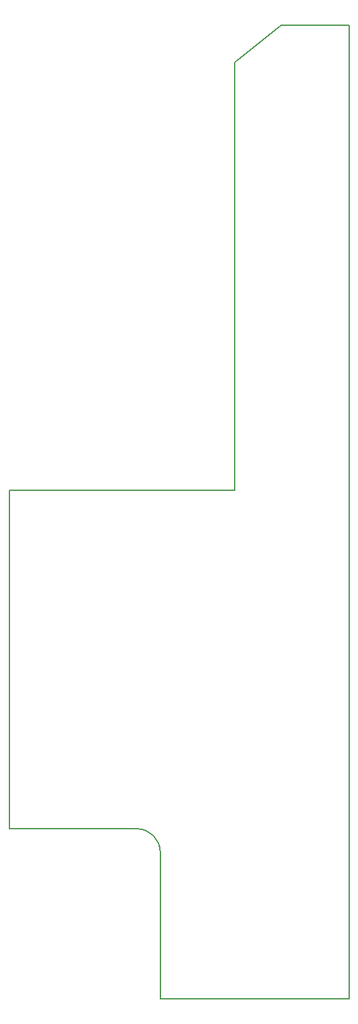
<source format=gbr>
%TF.GenerationSoftware,KiCad,Pcbnew,(5.1.10)-1*%
%TF.CreationDate,2021-11-16T18:42:01+11:00*%
%TF.ProjectId,GEN TIE PCB V2,47454e20-5449-4452-9050-43422056322e,rev?*%
%TF.SameCoordinates,Original*%
%TF.FileFunction,Profile,NP*%
%FSLAX46Y46*%
G04 Gerber Fmt 4.6, Leading zero omitted, Abs format (unit mm)*
G04 Created by KiCad (PCBNEW (5.1.10)-1) date 2021-11-16 18:42:01*
%MOMM*%
%LPD*%
G01*
G04 APERTURE LIST*
%TA.AperFunction,Profile*%
%ADD10C,0.200000*%
%TD*%
G04 APERTURE END LIST*
D10*
X147429124Y-92168757D02*
X117101263Y-92168757D01*
X137421263Y-140826932D02*
X137421263Y-160511932D01*
X162821263Y-160511932D02*
X162821263Y-29701932D01*
X134246263Y-137651932D02*
G75*
G02*
X137421263Y-140826932I0J-3175000D01*
G01*
X117101263Y-92168757D02*
X117101263Y-137651932D01*
X147429124Y-34691765D02*
X147429124Y-92168757D01*
X117101263Y-137651932D02*
X134246263Y-137651932D01*
X137421263Y-160511932D02*
X162821263Y-160511932D01*
X162821263Y-29701932D02*
X153677263Y-29701932D01*
X153677263Y-29701932D02*
X147429124Y-34691765D01*
M02*

</source>
